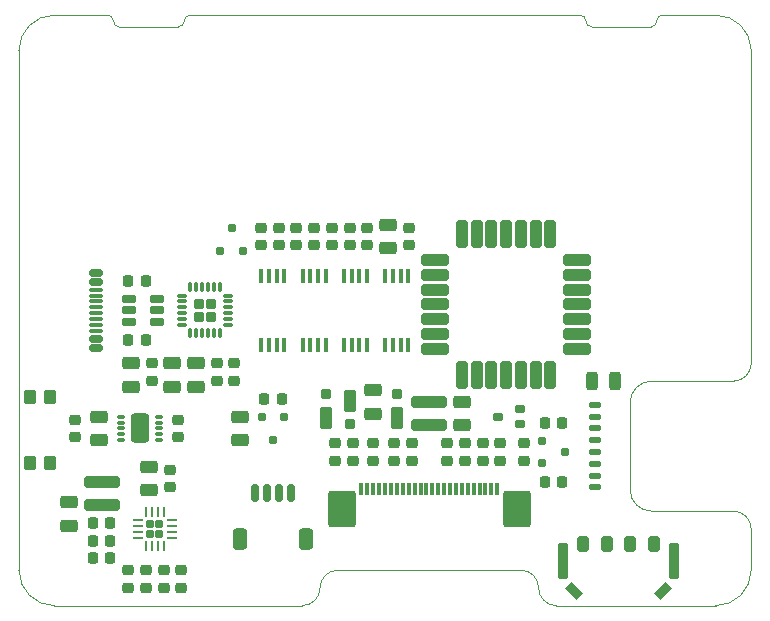
<source format=gbr>
%TF.GenerationSoftware,KiCad,Pcbnew,8.0.8+1*%
%TF.CreationDate,Date%
%TF.ProjectId,LoRa-V3-PCB,4c6f5261-2d56-4332-9d50-43422e6b6963,rev?*%
%TF.SameCoordinates,Original*%
%TF.FileFunction,Paste,Top*%
%TF.FilePolarity,Positive*%
%FSLAX46Y46*%
G04 Gerber Fmt 4.6, Leading zero omitted, Abs format (unit mm)*
G04 Created by KiCad*
%MOMM*%
%LPD*%
G01*
G04 APERTURE LIST*
G04 Aperture macros list*
%AMRoundRect*
0 Rectangle with rounded corners*
0 $1 Rounding radius*
0 $2 $3 $4 $5 $6 $7 $8 $9 X,Y pos of 4 corners*
0 Add a 4 corners polygon primitive as box body*
4,1,4,$2,$3,$4,$5,$6,$7,$8,$9,$2,$3,0*
0 Add four circle primitives for the rounded corners*
1,1,$1+$1,$2,$3*
1,1,$1+$1,$4,$5*
1,1,$1+$1,$6,$7*
1,1,$1+$1,$8,$9*
0 Add four rect primitives between the rounded corners*
20,1,$1+$1,$2,$3,$4,$5,0*
20,1,$1+$1,$4,$5,$6,$7,0*
20,1,$1+$1,$6,$7,$8,$9,0*
20,1,$1+$1,$8,$9,$2,$3,0*%
G04 Aperture macros list end*
%TA.AperFunction,Profile*%
%ADD10C,0.050000*%
%TD*%
%TA.AperFunction,Profile*%
%ADD11C,0.100000*%
%TD*%
%ADD12RoundRect,0.070000X0.105000X-0.530000X0.105000X0.530000X-0.105000X0.530000X-0.105000X-0.530000X0*%
%ADD13RoundRect,0.200000X-0.300000X0.400000X-0.300000X-0.400000X0.300000X-0.400000X0.300000X0.400000X0*%
%ADD14RoundRect,0.200000X0.550000X-0.300000X0.550000X0.300000X-0.550000X0.300000X-0.550000X-0.300000X0*%
%ADD15RoundRect,0.220000X-0.220000X-0.270000X0.220000X-0.270000X0.220000X0.270000X-0.220000X0.270000X0*%
%ADD16RoundRect,0.220000X0.220000X0.270000X-0.220000X0.270000X-0.220000X-0.270000X0.220000X-0.270000X0*%
%ADD17RoundRect,0.220000X-0.270000X0.220000X-0.270000X-0.220000X0.270000X-0.220000X0.270000X0.220000X0*%
%ADD18RoundRect,0.120000X-0.180000X-0.255000X0.180000X-0.255000X0.180000X0.255000X-0.180000X0.255000X0*%
%ADD19RoundRect,0.220000X0.270000X-0.220000X0.270000X0.220000X-0.270000X0.220000X-0.270000X-0.220000X0*%
%ADD20RoundRect,0.120000X0.180000X0.255000X-0.180000X0.255000X-0.180000X-0.255000X0.180000X-0.255000X0*%
%ADD21RoundRect,0.200000X-0.550000X0.300000X-0.550000X-0.300000X0.550000X-0.300000X0.550000X0.300000X0*%
%ADD22RoundRect,0.200000X-1.300000X0.300000X-1.300000X-0.300000X1.300000X-0.300000X1.300000X0.300000X0*%
%ADD23RoundRect,0.172500X-0.172500X-0.172500X0.172500X-0.172500X0.172500X0.172500X-0.172500X0.172500X0*%
%ADD24RoundRect,0.062500X-0.375000X-0.062500X0.375000X-0.062500X0.375000X0.062500X-0.375000X0.062500X0*%
%ADD25RoundRect,0.062500X-0.062500X-0.375000X0.062500X-0.375000X0.062500X0.375000X-0.062500X0.375000X0*%
%ADD26RoundRect,0.120000X0.480000X0.180000X-0.480000X0.180000X-0.480000X-0.180000X0.480000X-0.180000X0*%
%ADD27RoundRect,0.060000X-0.265000X0.090000X-0.265000X-0.090000X0.265000X-0.090000X0.265000X0.090000X0*%
%ADD28RoundRect,0.310000X-0.465000X0.930000X-0.465000X-0.930000X0.465000X-0.930000X0.465000X0.930000X0*%
%ADD29RoundRect,0.132000X0.298000X-0.198000X0.298000X0.198000X-0.298000X0.198000X-0.298000X-0.198000X0*%
%ADD30RoundRect,0.165000X0.385000X-0.735000X0.385000X0.735000X-0.385000X0.735000X-0.385000X-0.735000X0*%
%ADD31RoundRect,0.120000X0.280000X-0.280000X0.280000X0.280000X-0.280000X0.280000X-0.280000X-0.280000X0*%
%ADD32RoundRect,0.200000X1.300000X-0.300000X1.300000X0.300000X-1.300000X0.300000X-1.300000X-0.300000X0*%
%ADD33RoundRect,0.217500X-0.217500X-0.217500X0.217500X-0.217500X0.217500X0.217500X-0.217500X0.217500X0*%
%ADD34RoundRect,0.060000X-0.365000X-0.090000X0.365000X-0.090000X0.365000X0.090000X-0.365000X0.090000X0*%
%ADD35RoundRect,0.060000X-0.090000X-0.365000X0.090000X-0.365000X0.090000X0.365000X-0.090000X0.365000X0*%
%ADD36RoundRect,0.150000X0.350000X0.500000X-0.350000X0.500000X-0.350000X-0.500000X0.350000X-0.500000X0*%
%ADD37RoundRect,0.127500X0.297500X1.372500X-0.297500X1.372500X-0.297500X-1.372500X0.297500X-1.372500X0*%
%ADD38RoundRect,0.120000X0.608112X0.212132X0.212132X0.608112X-0.608112X-0.212132X-0.212132X-0.608112X0*%
%ADD39RoundRect,0.120000X-0.212132X0.608112X-0.608112X0.212132X0.212132X-0.608112X0.608112X-0.212132X0*%
%ADD40RoundRect,0.120000X-0.255000X0.180000X-0.255000X-0.180000X0.255000X-0.180000X0.255000X0.180000X0*%
%ADD41RoundRect,0.200000X-0.300000X-0.550000X0.300000X-0.550000X0.300000X0.550000X-0.300000X0.550000X0*%
%ADD42RoundRect,0.150000X-0.150000X-0.625000X0.150000X-0.625000X0.150000X0.625000X-0.150000X0.625000X0*%
%ADD43RoundRect,0.250000X-0.350000X-0.650000X0.350000X-0.650000X0.350000X0.650000X-0.350000X0.650000X0*%
%ADD44RoundRect,0.230000X-0.920000X-1.320000X0.920000X-1.320000X0.920000X1.320000X-0.920000X1.320000X0*%
%ADD45RoundRect,0.060000X-0.090000X-0.490000X0.090000X-0.490000X0.090000X0.490000X-0.090000X0.490000X0*%
%ADD46RoundRect,0.165000X-0.385000X0.735000X-0.385000X-0.735000X0.385000X-0.735000X0.385000X0.735000X0*%
%ADD47RoundRect,0.120000X-0.280000X0.280000X-0.280000X-0.280000X0.280000X-0.280000X0.280000X0.280000X0*%
%ADD48RoundRect,0.120000X-0.455000X0.180000X-0.455000X-0.180000X0.455000X-0.180000X0.455000X0.180000X0*%
%ADD49RoundRect,0.075000X-0.500000X0.075000X-0.500000X-0.075000X0.500000X-0.075000X0.500000X0.075000X0*%
%ADD50RoundRect,0.125000X0.425000X-0.125000X0.425000X0.125000X-0.425000X0.125000X-0.425000X-0.125000X0*%
%ADD51RoundRect,0.200000X0.950000X-0.300000X0.950000X0.300000X-0.950000X0.300000X-0.950000X-0.300000X0*%
%ADD52RoundRect,0.200000X0.300000X0.950000X-0.300000X0.950000X-0.300000X-0.950000X0.300000X-0.950000X0*%
%ADD53RoundRect,0.200000X-0.950000X0.300000X-0.950000X-0.300000X0.950000X-0.300000X0.950000X0.300000X0*%
%ADD54RoundRect,0.200000X-0.300000X-0.950000X0.300000X-0.950000X0.300000X0.950000X-0.300000X0.950000X0*%
G04 APERTURE END LIST*
D10*
X162500000Y-73000000D02*
G75*
G02*
X162000000Y-72500000I0J500000D01*
G01*
D11*
X114000000Y-75000000D02*
X114000000Y-119000000D01*
X167550000Y-114000000D02*
X174500000Y-114000000D01*
D10*
X128500000Y-72000000D02*
X161500000Y-72000000D01*
D11*
X176000000Y-119000000D02*
G75*
G02*
X173000000Y-122000000I-3000000J0D01*
G01*
D10*
X161500000Y-72000000D02*
G75*
G02*
X162000000Y-72500000I0J-500000D01*
G01*
X122500000Y-73000000D02*
G75*
G02*
X122000000Y-72500000I0J500000D01*
G01*
X128000000Y-72500000D02*
G75*
G02*
X128500000Y-72000000I500000J0D01*
G01*
D11*
X176000000Y-115500000D02*
X176000000Y-119000000D01*
D10*
X167500000Y-73000000D02*
X162500000Y-73000000D01*
D11*
X165750000Y-104800000D02*
G75*
G02*
X167550000Y-103000000I1800000J0D01*
G01*
X139500000Y-120500000D02*
G75*
G02*
X138000000Y-122000000I-1500000J0D01*
G01*
X139500000Y-120500000D02*
G75*
G02*
X141000000Y-119000000I1500000J0D01*
G01*
D10*
X122500000Y-73000000D02*
X127500000Y-73000000D01*
X121500000Y-72000000D02*
G75*
G02*
X122000000Y-72500000I0J-500000D01*
G01*
D11*
X176000000Y-101500000D02*
G75*
G02*
X174500000Y-103000000I-1500000J0D01*
G01*
X117000000Y-122000000D02*
G75*
G02*
X114000000Y-119000000I0J3000000D01*
G01*
D10*
X128000000Y-72500000D02*
G75*
G02*
X127500000Y-73000000I-500000J0D01*
G01*
D11*
X156500000Y-119000000D02*
G75*
G02*
X158000000Y-120500000I0J-1500000D01*
G01*
X174500000Y-103000000D02*
X167550000Y-103000000D01*
X159500000Y-122000000D02*
X173000000Y-122000000D01*
X167550000Y-114000000D02*
G75*
G02*
X165750000Y-112200000I0J1800000D01*
G01*
X165750000Y-104800000D02*
X165750000Y-112200000D01*
X173000000Y-72000000D02*
G75*
G02*
X176000000Y-75000000I0J-3000000D01*
G01*
X156500000Y-119000000D02*
X141000000Y-119000000D01*
D10*
X117000000Y-72000000D02*
X121500000Y-72000000D01*
D11*
X176000000Y-75000000D02*
X176000000Y-101500000D01*
D10*
X168000000Y-72500000D02*
G75*
G02*
X167500000Y-73000000I-500000J0D01*
G01*
D11*
X114000000Y-75000000D02*
G75*
G02*
X117000000Y-72000000I3000000J0D01*
G01*
X174500000Y-114000000D02*
G75*
G02*
X176000000Y-115500000I0J-1500000D01*
G01*
X159500000Y-122000000D02*
G75*
G02*
X158000000Y-120500000I0J1500000D01*
G01*
D10*
X168500000Y-72000000D02*
X173000000Y-72000000D01*
X168000000Y-72500000D02*
G75*
G02*
X168500000Y-72000000I500000J0D01*
G01*
D11*
X117000000Y-122000000D02*
X138000000Y-122000000D01*
D12*
%TO.C,IC9*%
X141525000Y-99900000D03*
X142175000Y-99900000D03*
X142825000Y-99900000D03*
X143475000Y-99900000D03*
X143475000Y-94100000D03*
X142825000Y-94100000D03*
X142175000Y-94100000D03*
X141525000Y-94100000D03*
%TD*%
D13*
%TO.C,SW1*%
X116600000Y-109900000D03*
X114900000Y-109900000D03*
X116600000Y-104300000D03*
X114900000Y-104300000D03*
%TD*%
D14*
%TO.C,C15*%
X144000000Y-105750000D03*
X144000000Y-103750000D03*
%TD*%
D15*
%TO.C,R19*%
X120250000Y-116500000D03*
X121750000Y-116500000D03*
%TD*%
D14*
%TO.C,C25*%
X132750000Y-108000000D03*
X132750000Y-106000000D03*
%TD*%
D16*
%TO.C,C9*%
X121750000Y-118000000D03*
X120250000Y-118000000D03*
%TD*%
D17*
%TO.C,R10*%
X139000000Y-90000000D03*
X139000000Y-91500000D03*
%TD*%
D18*
%TO.C,Q4*%
X131050000Y-92000000D03*
X132950000Y-92000000D03*
X132000000Y-90000000D03*
%TD*%
D19*
%TO.C,R14*%
X126250000Y-120500000D03*
X126250000Y-119000000D03*
%TD*%
D20*
%TO.C,Q3*%
X136450000Y-106000000D03*
X134550000Y-106000000D03*
X135500000Y-108000000D03*
%TD*%
D19*
%TO.C,R5*%
X127500000Y-107750000D03*
X127500000Y-106250000D03*
%TD*%
D17*
%TO.C,C32*%
X145750000Y-108250000D03*
X145750000Y-109750000D03*
%TD*%
%TO.C,C35*%
X147250000Y-108250000D03*
X147250000Y-109750000D03*
%TD*%
D19*
%TO.C,R13*%
X130750000Y-103000000D03*
X130750000Y-101500000D03*
%TD*%
D21*
%TO.C,C14*%
X127000000Y-101500000D03*
X127000000Y-103500000D03*
%TD*%
D16*
%TO.C,R7*%
X124750000Y-94500000D03*
X123250000Y-94500000D03*
%TD*%
D22*
%TO.C,L1*%
X148750000Y-104750000D03*
X148750000Y-106750000D03*
%TD*%
D19*
%TO.C,C6*%
X136000000Y-91500000D03*
X136000000Y-90000000D03*
%TD*%
D15*
%TO.C,R2*%
X120250000Y-115000000D03*
X121750000Y-115000000D03*
%TD*%
D12*
%TO.C,IC11*%
X134525000Y-99900000D03*
X135175000Y-99900000D03*
X135825000Y-99900000D03*
X136475000Y-99900000D03*
X136475000Y-94100000D03*
X135825000Y-94100000D03*
X135175000Y-94100000D03*
X134525000Y-94100000D03*
%TD*%
D23*
%TO.C,IC4*%
X125100000Y-115100000D03*
X125100000Y-115900000D03*
X125900000Y-115100000D03*
X125900000Y-115900000D03*
D24*
X124062500Y-114750000D03*
X124062500Y-115250000D03*
X124062500Y-115750000D03*
X124062500Y-116250000D03*
D25*
X124750000Y-116937500D03*
X125250000Y-116937500D03*
X125750000Y-116937500D03*
X126250000Y-116937500D03*
D24*
X126937500Y-116250000D03*
X126937500Y-115750000D03*
X126937500Y-115250000D03*
X126937500Y-114750000D03*
D25*
X126250000Y-114062500D03*
X125750000Y-114062500D03*
X125250000Y-114062500D03*
X124750000Y-114062500D03*
%TD*%
D26*
%TO.C,IC3*%
X125650000Y-97950000D03*
X125650000Y-97000000D03*
X125650000Y-96050000D03*
X123350000Y-96050000D03*
X123350000Y-97000000D03*
X123350000Y-97950000D03*
%TD*%
D17*
%TO.C,C31*%
X151750000Y-108250000D03*
X151750000Y-109750000D03*
%TD*%
D27*
%TO.C,IC12*%
X122600000Y-106000000D03*
X122600000Y-106500000D03*
X122600000Y-107000000D03*
X122600000Y-107500000D03*
X122600000Y-108000000D03*
X125900000Y-108000000D03*
X125900000Y-107500000D03*
X125900000Y-107000000D03*
X125900000Y-106500000D03*
X125900000Y-106000000D03*
D28*
X124250000Y-107000000D03*
%TD*%
D17*
%TO.C,R21*%
X123250000Y-119000000D03*
X123250000Y-120500000D03*
%TD*%
D29*
%TO.C,Q1*%
X156425000Y-106650000D03*
X156425000Y-105350000D03*
X154575000Y-106000000D03*
%TD*%
D19*
%TO.C,R3*%
X125250000Y-103000000D03*
X125250000Y-101500000D03*
%TD*%
D30*
%TO.C,D3*%
X140000000Y-106100000D03*
D31*
X140000000Y-104100000D03*
%TD*%
D32*
%TO.C,L2*%
X121000000Y-113500000D03*
X121000000Y-111500000D03*
%TD*%
D14*
%TO.C,C26*%
X145250000Y-91750000D03*
X145250000Y-89750000D03*
%TD*%
D12*
%TO.C,IC10*%
X138025000Y-99900000D03*
X138675000Y-99900000D03*
X139325000Y-99900000D03*
X139975000Y-99900000D03*
X139975000Y-94100000D03*
X139325000Y-94100000D03*
X138675000Y-94100000D03*
X138025000Y-94100000D03*
%TD*%
%TO.C,IC8*%
X145025000Y-99900000D03*
X145675000Y-99900000D03*
X146325000Y-99900000D03*
X146975000Y-99900000D03*
X146975000Y-94100000D03*
X146325000Y-94100000D03*
X145675000Y-94100000D03*
X145025000Y-94100000D03*
%TD*%
D16*
%TO.C,R23*%
X160000000Y-111500000D03*
X158500000Y-111500000D03*
%TD*%
D17*
%TO.C,C2*%
X118750000Y-106250000D03*
X118750000Y-107750000D03*
%TD*%
D19*
%TO.C,C10*%
X126750000Y-112000000D03*
X126750000Y-110500000D03*
%TD*%
D17*
%TO.C,C36*%
X144000000Y-108250000D03*
X144000000Y-109750000D03*
%TD*%
D33*
%TO.C,IC2*%
X129210000Y-96460000D03*
X129210000Y-97540000D03*
X130290000Y-96460000D03*
X130290000Y-97540000D03*
D34*
X127800000Y-95750000D03*
X127800000Y-96250000D03*
X127800000Y-96750000D03*
X127800000Y-97250000D03*
X127800000Y-97750000D03*
X127800000Y-98250000D03*
D35*
X128500000Y-98950000D03*
X129000000Y-98950000D03*
X129500000Y-98950000D03*
X130000000Y-98950000D03*
X130500000Y-98950000D03*
X131000000Y-98950000D03*
D34*
X131700000Y-98250000D03*
X131700000Y-97750000D03*
X131700000Y-97250000D03*
X131700000Y-96750000D03*
X131700000Y-96250000D03*
X131700000Y-95750000D03*
D35*
X131000000Y-95050000D03*
X130500000Y-95050000D03*
X130000000Y-95050000D03*
X129500000Y-95050000D03*
X129000000Y-95050000D03*
X128500000Y-95050000D03*
%TD*%
D36*
%TO.C,SW2*%
X167750000Y-116800000D03*
X161750000Y-116800000D03*
X165750000Y-116800000D03*
D37*
X169425000Y-118250000D03*
D38*
X168500000Y-120800000D03*
D39*
X161000000Y-120800000D03*
D37*
X160075000Y-118250000D03*
D36*
X163750000Y-116800000D03*
%TD*%
D17*
%TO.C,R20*%
X124750000Y-119000000D03*
X124750000Y-120500000D03*
%TD*%
D40*
%TO.C,Q2*%
X158250000Y-108050000D03*
X158250000Y-109950000D03*
X160250000Y-109000000D03*
%TD*%
D30*
%TO.C,D2*%
X146000000Y-106100000D03*
D31*
X146000000Y-104100000D03*
%TD*%
D41*
%TO.C,C27*%
X162500000Y-103000000D03*
X164500000Y-103000000D03*
%TD*%
D42*
%TO.C,CONN3*%
X134000000Y-112500000D03*
X135000000Y-112500000D03*
X136000000Y-112500000D03*
X137000000Y-112500000D03*
D43*
X132700000Y-116375000D03*
X138300000Y-116375000D03*
%TD*%
D19*
%TO.C,C1*%
X147000000Y-91500000D03*
X147000000Y-90000000D03*
%TD*%
D17*
%TO.C,C34*%
X150250000Y-108250000D03*
X150250000Y-109750000D03*
%TD*%
%TO.C,C33*%
X142250000Y-108250000D03*
X142250000Y-109750000D03*
%TD*%
%TO.C,R9*%
X140500000Y-90000000D03*
X140500000Y-91500000D03*
%TD*%
D19*
%TO.C,C8*%
X143500000Y-91500000D03*
X143500000Y-90000000D03*
%TD*%
D21*
%TO.C,C13*%
X129000000Y-101500000D03*
X129000000Y-103500000D03*
%TD*%
D14*
%TO.C,C11*%
X123500000Y-103500000D03*
X123500000Y-101500000D03*
%TD*%
D17*
%TO.C,C37*%
X140750000Y-108250000D03*
X140750000Y-109750000D03*
%TD*%
D16*
%TO.C,R18*%
X136250000Y-104500000D03*
X134750000Y-104500000D03*
%TD*%
%TO.C,R6*%
X124750000Y-99500000D03*
X123250000Y-99500000D03*
%TD*%
D44*
%TO.C,CONN6*%
X141330000Y-113850000D03*
X156170000Y-113850000D03*
D45*
X154500000Y-112150000D03*
X154000000Y-112150000D03*
X153500000Y-112150000D03*
X153000000Y-112150000D03*
X152500000Y-112150000D03*
X152000000Y-112150000D03*
X151500000Y-112150000D03*
X151000000Y-112150000D03*
X150500000Y-112150000D03*
X150000000Y-112150000D03*
X149500000Y-112150000D03*
X149000000Y-112150000D03*
X148500000Y-112150000D03*
X148000000Y-112150000D03*
X147500000Y-112150000D03*
X147000000Y-112150000D03*
X146500000Y-112150000D03*
X146000000Y-112150000D03*
X145500000Y-112150000D03*
X145000000Y-112150000D03*
X144500000Y-112150000D03*
X144000000Y-112150000D03*
X143500000Y-112150000D03*
X143000000Y-112150000D03*
%TD*%
D46*
%TO.C,D1*%
X142000000Y-104650000D03*
D47*
X142000000Y-106650000D03*
%TD*%
D14*
%TO.C,C18*%
X151500000Y-106750000D03*
X151500000Y-104750000D03*
%TD*%
D19*
%TO.C,C5*%
X142000000Y-91500000D03*
X142000000Y-90000000D03*
%TD*%
D48*
%TO.C,CONN1*%
X120505000Y-93800000D03*
X120505000Y-94600000D03*
D49*
X120505000Y-95750000D03*
X120505000Y-96750000D03*
X120505000Y-97250000D03*
X120505000Y-98250000D03*
D48*
X120505000Y-100200000D03*
X120505000Y-99400000D03*
D49*
X120505000Y-98750000D03*
X120505000Y-97750000D03*
X120505000Y-96250000D03*
X120505000Y-95250000D03*
%TD*%
D17*
%TO.C,R8*%
X137500000Y-90000000D03*
X137500000Y-91500000D03*
%TD*%
D19*
%TO.C,R11*%
X127750000Y-120500000D03*
X127750000Y-119000000D03*
%TD*%
D50*
%TO.C,CONN7*%
X162750000Y-112000000D03*
X162750000Y-111000000D03*
X162750000Y-110000000D03*
X162750000Y-109000000D03*
X162750000Y-108000000D03*
X162750000Y-107000000D03*
X162750000Y-106000000D03*
X162750000Y-105000000D03*
%TD*%
D17*
%TO.C,C30*%
X153250000Y-108250000D03*
X153250000Y-109750000D03*
%TD*%
D19*
%TO.C,C7*%
X134500000Y-91500000D03*
X134500000Y-90000000D03*
%TD*%
D21*
%TO.C,C17*%
X118250000Y-113250000D03*
X118250000Y-115250000D03*
%TD*%
D51*
%TO.C,IC1*%
X149250000Y-92750000D03*
X149250000Y-94000000D03*
X149250000Y-95250000D03*
X149250000Y-96500000D03*
X149250000Y-97750000D03*
X149250000Y-99000000D03*
X149250000Y-100250000D03*
D52*
X151500000Y-102500000D03*
X152750000Y-102500000D03*
X154000000Y-102500000D03*
X155250000Y-102500000D03*
X156500000Y-102500000D03*
X157750000Y-102500000D03*
X159000000Y-102500000D03*
D53*
X161250000Y-100250000D03*
X161250000Y-99000000D03*
X161250000Y-97750000D03*
X161250000Y-96500000D03*
X161250000Y-95250000D03*
X161250000Y-94000000D03*
X161250000Y-92750000D03*
D54*
X159000000Y-90500000D03*
X157750000Y-90500000D03*
X156500000Y-90500000D03*
X155250000Y-90500000D03*
X154000000Y-90500000D03*
X152750000Y-90500000D03*
X151500000Y-90500000D03*
%TD*%
D14*
%TO.C,C16*%
X125000000Y-112250000D03*
X125000000Y-110250000D03*
%TD*%
D15*
%TO.C,R17*%
X158500000Y-106500000D03*
X160000000Y-106500000D03*
%TD*%
D19*
%TO.C,R1*%
X154750000Y-109750000D03*
X154750000Y-108250000D03*
%TD*%
D14*
%TO.C,C12*%
X120750000Y-108000000D03*
X120750000Y-106000000D03*
%TD*%
D17*
%TO.C,R15*%
X132250000Y-101500000D03*
X132250000Y-103000000D03*
%TD*%
D19*
%TO.C,R12*%
X156750000Y-109750000D03*
X156750000Y-108250000D03*
%TD*%
M02*

</source>
